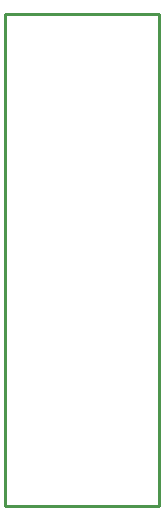
<source format=gbr>
G04 #@! TF.FileFunction,Profile,NP*
%FSLAX46Y46*%
G04 Gerber Fmt 4.6, Leading zero omitted, Abs format (unit mm)*
G04 Created by KiCad (PCBNEW 4.0.5) date 07/06/17 21:13:05*
%MOMM*%
%LPD*%
G01*
G04 APERTURE LIST*
%ADD10C,0.100000*%
%ADD11C,0.254000*%
G04 APERTURE END LIST*
D10*
D11*
X133200000Y-66294000D02*
X133200000Y-107950000D01*
X146200000Y-66294000D02*
X133200000Y-66294000D01*
X146200000Y-107950000D02*
X146200000Y-66294000D01*
X133200000Y-107950000D02*
X146200000Y-107950000D01*
M02*

</source>
